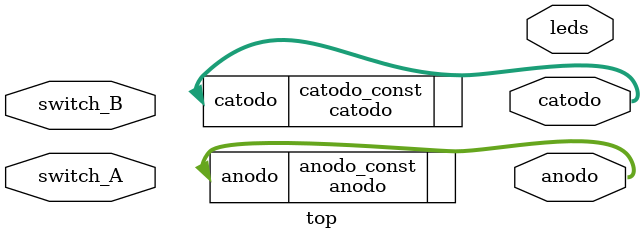
<source format=sv>
`timescale 1ns / 1ps

module top(

output [7:0]catodo,
output [6:0]anodo,
output [15:0]leds,
input [7:0]switch_A,
input [7:0]switch_B

    );
    
    subsistema_lectura subsistema_lectura_const(
    .A(A),
    .B(B),
    .valid(valid)
    );
    
    calculo_multiplicacion calculo_multiplicacion_const(
    .valid(valid),
    .bin_result(bin_result)
    );
    
    BCD BCD_const(
    .dec_result(dec_result)
    );
    
    anodo anodo_const(
    .anodo(anodo)
    );
    
    catodo catodo_const(
    .catodo(catodo)
    );
    
    
    
endmodule

</source>
